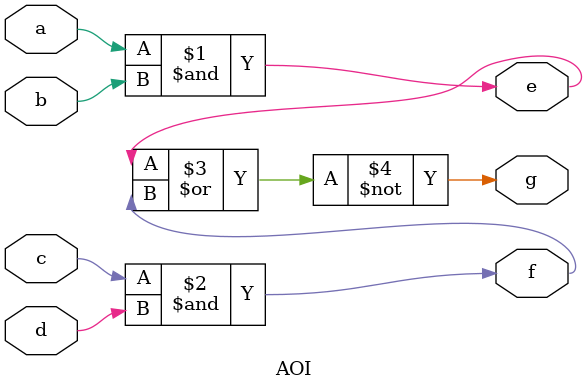
<source format=v>
`timescale 1ns / 1ps

module AOI(
    input a, b, c, d,
    output e, f, g
    );
    
assign e = a&b;
assign f = c&d;
assign g = ~(e|f);

endmodule

</source>
